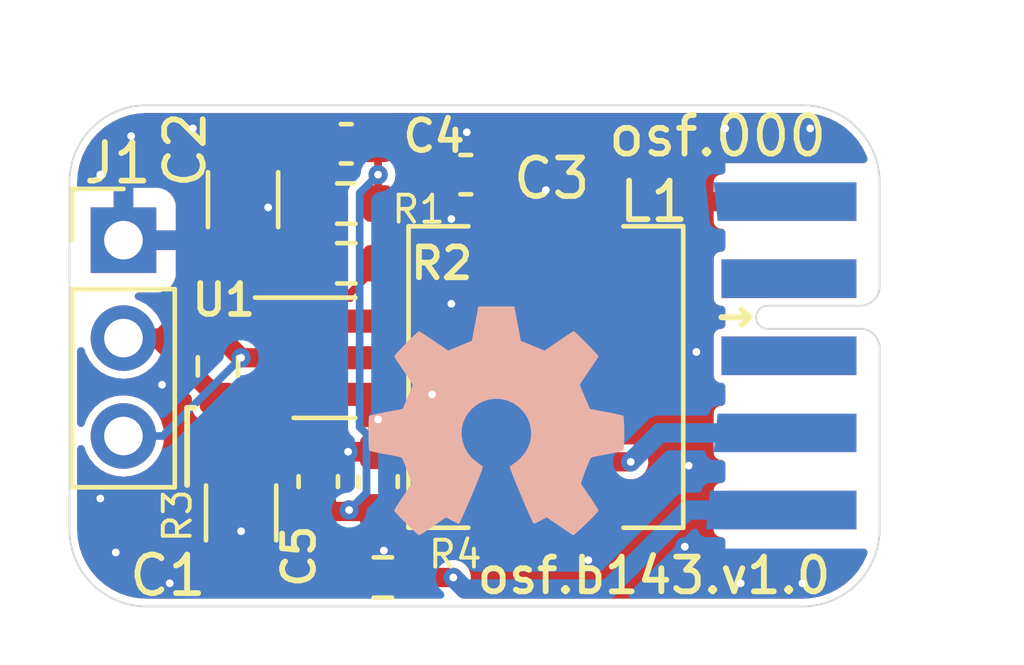
<source format=kicad_pcb>
(kicad_pcb (version 20221018) (generator pcbnew)
  (layers (0 "F.Cu" signal) (31 "B.Cu" signal) (34 "B.Paste" user) (35 "F.Paste" user) (36 "B.SilkS" user "B.Silkscreen") (37 "F.SilkS" user "F.Silkscreen") (38 "B.Mask" user) (39 "F.Mask" user) (44 "Edge.Cuts" user))
  (net 0 "")
  (net 1 "/step_down/in")
  (net 2 "GND")
  (net 3 "Net-(U1-BST)")
  (net 4 "/step_down/out")
  (net 5 "/step_down/EN")
  (net 13 "/step_down/SW")
  (net 14 "/step_down/FB")
  (net 15 "Net-(J2-5V)")
  (footprint "Capacitor_SMD:C_0603_1608Metric" (layer "F.Cu") (at 147.175 91 180)
    (fp_text reference "C4" (at -2.275 0.2) (layer "F.SilkS") (effects (font (size 0.8 0.8))))
    (fp_text value "d.n.p")
    (fp_line (start -0.14058 -0.51) (end 0.14058 -0.51) (stroke (width 0.12)) (layer "F.SilkS"))
    (fp_line (start -0.14058 0.51) (end 0.14058 0.51) (stroke (width 0.12)) (layer "F.SilkS"))
    (pad "1" smd roundrect (at -0.775 0 180) (size 0.9 0.95) (layers "F.Cu" "F.Paste" "F.Mask") (net 4 "/step_down/out"))
    (pad "2" smd roundrect (at 0.775 0 180) (size 0.9 0.95) (layers "F.Cu" "F.Paste" "F.Mask") (net 14 "/step_down/FB"))
  )
  (footprint "Capacitor_SMD:C_1206_3216Metric" (layer "F.Cu") (at 144.5 92.45 90)
    (fp_text reference "C2" (at 1.3 -1.5 90) (layer "F.SilkS"))
    (fp_text value "2.2uF")
    (fp_line (start -0.711252 -0.91) (end 0.711252 -0.91) (stroke (width 0.12)) (layer "F.SilkS"))
    (fp_line (start -0.711252 0.91) (end 0.711252 0.91) (stroke (width 0.12)) (layer "F.SilkS"))
    (pad "1" smd roundrect (at -1.475 0 90) (size 1.15 1.8) (layers "F.Cu" "F.Paste" "F.Mask") (roundrect_rratio 0.2173913043) (net 1 "/step_down/in"))
    (pad "2" smd roundrect (at 1.475 0 90) (size 1.15 1.8) (layers "F.Cu" "F.Paste" "F.Mask") (roundrect_rratio 0.2173913043) (net 2 "GND"))
  )
  (footprint "Resistor_SMD:R_0603_1608Metric" (layer "F.Cu") (at 148.125 102.25)
    (fp_text reference "R4" (at 1.875 -0.6) (layer "F.SilkS") (effects (font (size 0.7 0.7) (thickness 0.1))))
    (fp_text value "0R")
    (fp_line (start -0.237258 -0.5225) (end 0.237258 -0.5225) (stroke (width 0.12)) (layer "F.SilkS"))
    (fp_line (start -0.237258 0.5225) (end 0.237258 0.5225) (stroke (width 0.12)) (layer "F.SilkS"))
    (pad "1" smd roundrect (at -0.825 0) (size 0.8 0.95) (layers "F.Cu" "F.Paste" "F.Mask") (net 1 "/step_down/in"))
    (pad "2" smd roundrect (at 0.825 0) (size 0.8 0.95) (layers "F.Cu" "F.Paste" "F.Mask") (net 15 "Net-(J2-5V)"))
  )
  (footprint "Capacitor_SMD:C_0603_1608Metric" (layer "F.Cu") (at 148 99.7625 90)
    (fp_text reference "C6" (at 0.3125 1.55 90) (layer "F.SilkS"))
    (fp_text value "22uF")
    (fp_line (start -0.14058 -0.51) (end 0.14058 -0.51) (stroke (width 0.12)) (layer "F.SilkS"))
    (fp_line (start -0.14058 0.51) (end 0.14058 0.51) (stroke (width 0.12)) (layer "F.SilkS"))
    (pad "1" smd roundrect (at -0.775 0 90) (size 0.9 0.95) (layers "F.Cu" "F.Paste" "F.Mask") (net 4 "/step_down/out"))
    (pad "2" smd roundrect (at 0.775 0 90) (size 0.9 0.95) (layers "F.Cu" "F.Paste" "F.Mask") (net 2 "GND"))
  )
  (footprint "Resistor_SMD:R_0603_1608Metric" (layer "F.Cu") (at 147.175 94.1)
    (fp_text reference "R2" (at 2.475 0) (layer "F.SilkS") (effects (font (size 0.8 0.8))))
    (fp_text value "62k")
    (fp_line (start -0.237258 -0.5225) (end 0.237258 -0.5225) (stroke (width 0.12)) (layer "F.SilkS"))
    (fp_line (start -0.237258 0.5225) (end 0.237258 0.5225) (stroke (width 0.12)) (layer "F.SilkS"))
    (pad "1" smd roundrect (at -0.825 0) (size 0.8 0.95) (layers "F.Cu" "F.Paste" "F.Mask") (net 14 "/step_down/FB"))
    (pad "2" smd roundrect (at 0.825 0) (size 0.8 0.95) (layers "F.Cu" "F.Paste" "F.Mask") (net 2 "GND"))
  )
  (footprint "Resistor_SMD:R_0603_1608Metric" (layer "F.Cu") (at 143.85 96.775 -90)
    (fp_text reference "R3" (at 3.875 1.05 90) (layer "F.SilkS") (effects (font (size 0.7 0.7) (thickness 0.1))))
    (fp_text value "0R")
    (fp_line (start -0.237258 -0.5225) (end 0.237258 -0.5225) (stroke (width 0.12)) (layer "F.SilkS"))
    (fp_line (start -0.237258 0.5225) (end 0.237258 0.5225) (stroke (width 0.12)) (layer "F.SilkS"))
    (pad "1" smd roundrect (at -0.825 0 270) (size 0.8 0.95) (layers "F.Cu" "F.Paste" "F.Mask") (net 5 "/step_down/EN"))
    (pad "2" smd roundrect (at 0.825 0 270) (size 0.8 0.95) (layers "F.Cu" "F.Paste" "F.Mask") (net 1 "/step_down/in"))
  )
  (footprint "Connector_PinHeader_2.54mm:PinHeader_1x03_P2.54mm_Vertical" (layer "F.Cu") (at 141.4 93.5)
    (fp_text reference "J1" (at -0.15 -2) (layer "F.SilkS"))
    (fp_text value "Conn_01x03_Male")
    (fp_line (start -1.33 -1.33) (end 0 -1.33) (stroke (width 0.12)) (layer "F.SilkS"))
    (fp_line (start -1.33 0) (end -1.33 -1.33) (stroke (width 0.12)) (layer "F.SilkS"))
    (fp_line (start -1.33 1.27) (end -1.33 6.41) (stroke (width 0.12)) (layer "F.SilkS"))
    (fp_line (start -1.33 1.27) (end 1.33 1.27) (stroke (width 0.12)) (layer "F.SilkS"))
    (fp_line (start -1.33 6.41) (end 1.33 6.41) (stroke (width 0.12)) (layer "F.SilkS"))
    (fp_line (start 1.33 1.27) (end 1.33 6.41) (stroke (width 0.12)) (layer "F.SilkS"))
    (pad "1" thru_hole rect (at 0 0) (size 1.7 1.7) (drill 1) (layers "*.Cu" "*.Mask") (net 2 "GND"))
    (pad "2" thru_hole oval (at 0 2.54) (size 1.7 1.7) (drill 1) (layers "*.Cu" "*.Mask") (net 1 "/step_down/in"))
    (pad "3" thru_hole oval (at 0 5.08) (size 1.7 1.7) (drill 1) (layers "*.Cu" "*.Mask") (net 5 "/step_down/EN"))
  )
  (footprint "Resistor_SMD:R_0603_1608Metric" (layer "F.Cu") (at 147.175 92.55 180)
    (fp_text reference "R1" (at -1.875 -0.15) (layer "F.SilkS") (effects (font (size 0.7 0.7) (thickness 0.1))))
    (fp_text value "182k")
    (fp_line (start -0.237258 -0.5225) (end 0.237258 -0.5225) (stroke (width 0.12)) (layer "F.SilkS"))
    (fp_line (start -0.237258 0.5225) (end 0.237258 0.5225) (stroke (width 0.12)) (layer "F.SilkS"))
    (pad "1" smd roundrect (at -0.825 0 180) (size 0.8 0.95) (layers "F.Cu" "F.Paste" "F.Mask") (net 4 "/step_down/out"))
    (pad "2" smd roundrect (at 0.825 0 180) (size 0.8 0.95) (layers "F.Cu" "F.Paste" "F.Mask") (net 14 "/step_down/FB"))
  )
  (footprint "Capacitor_SMD:C_0603_1608Metric" (layer "F.Cu") (at 146.45 99.7625 90)
    (fp_text reference "C5" (at -1.9375 -0.5 90) (layer "F.SilkS") (effects (font (size 0.8 0.8))))
    (fp_text value "22uF")
    (fp_line (start -0.14058 -0.51) (end 0.14058 -0.51) (stroke (width 0.12)) (layer "F.SilkS"))
    (fp_line (start -0.14058 0.51) (end 0.14058 0.51) (stroke (width 0.12)) (layer "F.SilkS"))
    (pad "1" smd roundrect (at -0.775 0 90) (size 0.9 0.95) (layers "F.Cu" "F.Paste" "F.Mask") (net 4 "/step_down/out"))
    (pad "2" smd roundrect (at 0.775 0 90) (size 0.9 0.95) (layers "F.Cu" "F.Paste" "F.Mask") (net 2 "GND"))
  )
  (footprint "on_edge:on_edge_2x05_host" (layer "F.Cu") (at 161 96.5 -90)
    (fp_text reference "J2")
    (fp_text value "003_power")
    (fp_line (start -1 3.373) (end -1.2 3.573) (stroke (width 0.153)) (layer "F.SilkS"))
    (fp_line (start -1 4.1) (end -1 3.373) (stroke (width 0.153)) (layer "F.SilkS"))
    (fp_line (start -0.8 3.573) (end -1 3.373) (stroke (width 0.153)) (layer "F.SilkS"))
    (fp_line (start -4 0) (end -1.8 0) (stroke (width 0.05)) (layer "Edge.Cuts"))
    (fp_line (start -1.3 0.5) (end -1.3 2.9) (stroke (width 0.05)) (layer "Edge.Cuts"))
    (fp_line (start -0.7 2.9) (end -0.7 0.5) (stroke (width 0.05)) (layer "Edge.Cuts"))
    (fp_line (start -0.2 0) (end 4 0) (stroke (width 0.05)) (layer "Edge.Cuts"))
    (fp_arc (start -1.8 0) (mid -1.446447 0.146447) (end -1.3 0.5) (stroke (width 0.05)) (layer "Edge.Cuts"))
    (fp_arc (start -0.7 0.5) (mid -0.553553 0.146447) (end -0.2 0) (stroke (width 0.05)) (layer "Edge.Cuts"))
    (fp_arc (start -0.7 2.9) (mid -1 3.2) (end -1.3 2.9) (stroke (width 0.05)) (layer "Edge.Cuts"))
    (pad "1" smd rect (at -4 2.35 270) (size 1 3.5) (layers "F.Cu" "F.Mask") (net 2 "GND"))
    (pad "2" smd rect (at -2 2.35 270) (size 1 3.5) (layers "F.Cu" "F.Mask"))
    (pad "3" smd rect (at 0 2.35 270) (size 1 3.5) (layers "F.Cu" "F.Mask"))
    (pad "4" smd rect (at 2 2.35 270) (size 1 3.5) (layers "F.Cu" "F.Mask"))
    (pad "5" smd rect (at 4 2.35 270) (size 1 3.5) (layers "F.Cu" "F.Mask"))
    (pad "6" smd custom (at -4 2.4 90) (size 1 3.6) (layers "B.Cu" "B.Mask") (options (clearance outline) (anchor rect)) (primitives (gr_poly (pts (xy 0.5 -1.8) (xy -0.5 -1.8) (xy 0.5 -1.9)) (width 0) (fill yes))))
    (pad "7" smd rect (at -2 2.35 90) (size 1 3.5) (layers "B.Cu" "B.Mask"))
    (pad "8" smd rect (at 0 2.35 90) (size 1 3.5) (layers "B.Cu" "B.Mask"))
    (pad "9" smd custom (at 2 2.4 90) (size 1 3.6) (layers "B.Cu" "B.Mask") (net 4 "/step_down/out") (options (clearance outline) (anchor rect)) (primitives (gr_poly (pts (xy 0.5 -1.8) (xy -0.5 -1.8) (xy -0.5 -1.9)) (width 0) (fill yes))))
    (pad "10" smd custom (at 4 2.5 90) (size 1 3.8) (layers "B.Cu" "B.Mask") (net 15 "Net-(J2-5V)") (options (clearance outline) (anchor rect)) (primitives (gr_poly (pts (xy 0.5 -1.9) (xy -0.5 -1.9) (xy -0.5 -2)) (width 0) (fill yes))))
    (zone (net 0) (net_name "") (layers "F&B.Cu") (connect_pads (clearance 0)) (min_thickness 0.254)
      (keepout (tracks allowed) (vias not_allowed) (pads allowed) (copperpour not_allowed) (footprints not_allowed))
      (fill (thermal_gap 0.508) (thermal_bridge_width 0.508))
      (polygon (pts (xy 157 101.5) (xy 157 91.5) (xy 161 91.5) (xy 161 101.5)))
    )
  )
  (footprint "Capacitor_SMD:C_1206_3216Metric" (layer "F.Cu") (at 144.45 100.575 -90)
    (fp_text reference "C1" (at 1.625 1.9) (layer "F.SilkS"))
    (fp_text value "10uF")
    (fp_line (start -0.711252 -0.91) (end 0.711252 -0.91) (stroke (width 0.12)) (layer "F.SilkS"))
    (fp_line (start -0.711252 0.91) (end 0.711252 0.91) (stroke (width 0.12)) (layer "F.SilkS"))
    (pad "1" smd roundrect (at -1.475 0 270) (size 1.15 1.8) (layers "F.Cu" "F.Paste" "F.Mask") (roundrect_rratio 0.2173913043) (net 1 "/step_down/in"))
    (pad "2" smd roundrect (at 1.475 0 270) (size 1.15 1.8) (layers "F.Cu" "F.Paste" "F.Mask") (roundrect_rratio 0.2173913043) (net 2 "GND"))
  )
  (footprint "Inductor_SMD:L_Chilisin_BMRB00060612" (layer "F.Cu") (at 152.35 97.05 -90)
    (fp_text reference "L1" (at -4.55 -2.8) (layer "F.SilkS"))
    (fp_text value "6.8uH")
    (fp_line (start -3.91 -3.56) (end -3.91 -2.01) (stroke (width 0.12)) (layer "F.SilkS"))
    (fp_line (start -3.91 -3.56) (end 3.91 -3.56) (stroke (width 0.12)) (layer "F.SilkS"))
    (fp_line (start -3.91 3.56) (end -3.91 2.01) (stroke (width 0.12)) (layer "F.SilkS"))
    (fp_line (start -3.91 3.56) (end 3.91 3.56) (stroke (width 0.12)) (layer "F.SilkS"))
    (fp_line (start 3.91 -3.56) (end 3.91 -2.01) (stroke (width 0.12)) (layer "F.SilkS"))
    (fp_line (start 3.91 3.56) (end 3.91 2.01) (stroke (width 0.12)) (layer "F.SilkS"))
    (pad "1" smd rect (at -3.025 0 270) (size 2.35 3.5) (layers "F.Cu" "F.Paste" "F.Mask") (net 13 "/step_down/SW"))
    (pad "2" smd rect (at 3.025 0 270) (size 2.35 3.5) (layers "F.Cu" "F.Paste" "F.Mask") (net 4 "/step_down/out"))
  )
  (footprint "Capacitor_SMD:C_0603_1608Metric" (layer "F.Cu") (at 150.275 91.8 180)
    (fp_text reference "C3" (at -2.225 -0.1) (layer "F.SilkS"))
    (fp_text value "100nF")
    (fp_line (start -0.14058 -0.51) (end 0.14058 -0.51) (stroke (width 0.12)) (layer "F.SilkS"))
    (fp_line (start -0.14058 0.51) (end 0.14058 0.51) (stroke (width 0.12)) (layer "F.SilkS"))
    (pad "1" smd roundrect (at -0.775 0 180) (size 0.9 0.95) (layers "F.Cu" "F.Paste" "F.Mask") (net 13 "/step_down/SW"))
    (pad "2" smd roundrect (at 0.775 0 180) (size 0.9 0.95) (layers "F.Cu" "F.Paste" "F.Mask") (net 3 "Net-(U1-BST)"))
  )
  (footprint "Package_TO_SOT_SMD:TSOT-23-6" (layer "F.Cu") (at 146.6125 96.55)
    (fp_text reference "U1" (at -2.6125 -1.5) (layer "F.SilkS") (effects (font (size 0.8 0.8))))
    (fp_text value "AP63200WU")
    (fp_line (start 0 -1.56) (end -1.8 -1.56) (stroke (width 0.12)) (layer "F.SilkS"))
    (fp_line (start 0 -1.56) (end 0.8 -1.56) (stroke (width 0.12)) (layer "F.SilkS"))
    (fp_line (start 0 1.56) (end -0.8 1.56) (stroke (width 0.12)) (layer "F.SilkS"))
    (fp_line (start 0 1.56) (end 0.8 1.56) (stroke (width 0.12)) (layer "F.SilkS"))
    (pad "1" smd roundrect (at -1.1375 -0.95) (size 1.325 0.6) (layers "F.Cu" "F.Paste" "F.Mask") (net 14 "/step_down/FB"))
    (pad "2" smd roundrect (at -1.1375 0) (size 1.325 0.6) (layers "F.Cu" "F.Paste" "F.Mask") (net 5 "/step_down/EN"))
    (pad "3" smd roundrect (at -1.1375 0.95) (size 1.325 0.6) (layers "F.Cu" "F.Paste" "F.Mask") (net 1 "/step_down/in"))
    (pad "4" smd roundrect (at 1.1375 0.95) (size 1.325 0.6) (layers "F.Cu" "F.Paste" "F.Mask") (net 2 "GND"))
    (pad "5" smd roundrect (at 1.1375 0) (size 1.325 0.6) (layers "F.Cu" "F.Paste" "F.Mask") (net 13 "/step_down/SW"))
    (pad "6" smd roundrect (at 1.1375 -0.95) (size 1.325 0.6) (layers "F.Cu" "F.Paste" "F.Mask") (net 3 "Net-(U1-BST)"))
  )
  (footprint "Symbol:OSHW-Symbol_6.7x6mm_SilkScreen" (layer "B.Cu") (at 151.075 98.2 180)
    (fp_text reference "LOGO1" hide)
    (fp_text value "Logo_Open_Hardware_Small" hide)
    (fp_poly (pts (xy 0.555814 2.531069) (xy 0.639635 2.086445) (xy 0.94892 1.958947) (xy 1.258206 1.831449) (xy 1.629246 2.083754) (xy 1.733157 2.154004) (xy 1.827087 2.216728) (xy 1.906652 2.269062) (xy 1.96747 2.308143) (xy 2.005157 2.331107) (xy 2.015421 2.336058) (xy 2.03391 2.323324) (xy 2.07342 2.288118) (xy 2.129522 2.234938) (xy 2.197787 2.168282) (xy 2.273786 2.092646) (xy 2.353092 2.012528) (xy 2.431275 1.932426) (xy 2.503907 1.856836) (xy 2.566559 1.790255) (xy 2.614803 1.737182) (xy 2.64421 1.702113) (xy 2.651241 1.690377) (xy 2.641123 1.66874) (xy 2.612759 1.621338) (xy 2.569129 1.552807) (xy 2.513218 1.467785) (xy 2.448006 1.370907) (xy 2.410219 1.31565) (xy 2.341343 1.214752) (xy 2.28014 1.123701) (xy 2.229578 1.04703) (xy 2.192628 0.989272) (xy 2.172258 0.954957) (xy 2.169197 0.947746) (xy 2.176136 0.927252) (xy 2.195051 0.879487) (xy 2.223087 0.811168) (xy 2.257391 0.729011) (xy 2.295109 0.63973) (xy 2.333387 0.550042) (xy 2.36937 0.466662) (xy 2.400206 0.396306) (xy 2.423039 0.34569) (xy 2.435017 0.321529) (xy 2.435724 0.320578) (xy 2.454531 0.315964) (xy 2.504618 0.305672) (xy 2.580793 0.290713) (xy 2.677865 0.272099) (xy 2.790643 0.250841) (xy 2.856442 0.238582) (xy 2.97695 0.215638) (xy 3.085797 0.193805) (xy 3.177476 0.174278) (xy 3.246481 0.158252) (xy 3.287304 0.146921) (xy 3.295511 0.143326) (xy 3.303548 0.118994) (xy 3.310033 0.064041) (xy 3.31497 -0.015108) (xy 3.318364 -0.112026) (xy 3.320218 -0.220287) (xy 3.320538 -0.333465) (xy 3.319327 -0.445135) (xy 3.31659 -0.548868) (xy 3.312331 -0.638241) (xy 3.306555 -0.706826) (xy 3.299267 -0.748197) (xy 3.294895 -0.75681) (xy 3.268764 -0.767133) (xy 3.213393 -0.781892) (xy 3.136107 -0.799352) (xy 3.04423 -0.81778) (xy 3.012158 -0.823741) (xy 2.857524 -0.852066) (xy 2.735375 -0.874876) (xy 2.641673 -0.89308) (xy 2.572384 -0.907583) (xy 2.523471 -0.919292) (xy 2.490897 -0.929115) (xy 2.470628 -0.937956) (xy 2.458626 -0.946724) (xy 2.456947 -0.948457) (xy 2.440184 -0.976371) (xy 2.414614 -1.030695) (xy 2.382788 -1.104777) (xy 2.34726 -1.191965) (xy 2.310583 -1.285608) (xy 2.275311 -1.379052) (xy 2.243996 -1.465647) (xy 2.219193 -1.53874) (xy 2.203454 -1.591678) (xy 2.199332 -1.617811) (xy 2.199676 -1.618726) (xy 2.213641 -1.640086) (xy 2.245322 -1.687084) (xy 2.291391 -1.754827) (xy 2.348518 -1.838423) (xy 2.413373 -1.932982) (xy 2.431843 -1.959854) (xy 2.497699 -2.057275) (xy 2.55565 -2.146163) (xy 2.602538 -2.221412) (xy 2.635207 -2.27792) (xy 2.6505 -2.310581) (xy 2.651241 -2.314593) (xy 2.638392 -2.335684) (xy 2.602888 -2.377464) (xy 2.549293 -2.435445) (xy 2.482171 -2.505135) (xy 2.406087 -2.582045) (xy 2.325604 -2.661683) (xy 2.245287 -2.739561) (xy 2.169699 -2.811186) (xy 2.103405 -2.87207) (xy 2.050969 -2.917721) (xy 2.016955 -2.94365) (xy 2.007545 -2.947883) (xy 1.985643 -2.937912) (xy 1.9408 -2.91102) (xy 1.880321 -2.871736) (xy 1.833789 -2.840117) (xy 1.749475 -2.782098) (xy 1.649626 -2.713784) (xy 1.549473 -2.645579) (xy 1.495627 -2.609075) (xy 1.313371 -2.4858) (xy 1.160381 -2.56852) (xy 1.090682 -2.604759) (xy 1.031414 -2.632926) (xy 0.991311 -2.648991) (xy 0.981103 -2.651226) (xy 0.968829 -2.634722) (xy 0.944613 -2.588082) (xy 0.910263 -2.515609) (xy 0.867588 -2.421606) (xy 0.818394 -2.310374) (xy 0.76449 -2.186215) (xy 0.707684 -2.053432) (xy 0.649782 -1.916327) (xy 0.592593 -1.779202) (xy 0.537924 -1.646358) (xy 0.487584 -1.522098) (xy 0.44338 -1.410725) (xy 0.407119 -1.316539) (xy 0.380609 -1.243844) (xy 0.365658 -1.196941) (xy 0.363254 -1.180833) (xy 0.382311 -1.160286) (xy 0.424036 -1.126933) (xy 0.479706 -1.087702) (xy 0.484378 -1.084599) (xy 0.628264 -0.969423) (xy 0.744283 -0.835053) (xy 0.83143 -0.685784) (xy 0.888699 -0.525913) (xy 0.915086 -0.359737) (xy 0.909585 -0.191552) (xy 0.87119 -0.025655) (xy 0.798895 0.133658) (xy 0.777626 0.168513) (xy 0.666996 0.309263) (xy 0.536302 0.422286) (xy 0.390064 0.506997) (xy 0.232808 0.562806) (xy 0.069057 0.589126) (xy -0.096667 0.58537) (xy -0.259838 0.55095) (xy -0.415935 0.485277) (xy -0.560433 0.387765) (xy -0.605131 0.348187) (xy -0.718888 0.224297) (xy -0.801782 0.093876) (xy -0.858644 -0.052315) (xy -0.890313 -0.197088) (xy -0.898131 -0.35986) (xy -0.872062 -0.52344) (xy -0.814755 -0.682298) (xy -0.728856 -0.830906) (xy -0.617014 -0.963735) (xy -0.481877 -1.075256) (xy -0.464117 -1.087011) (xy -0.40785 -1.125508) (xy -0.365077 -1.158863) (xy -0.344628 -1.18016) (xy -0.344331 -1.180833) (xy -0.348721 -1.203871) (xy -0.366124 -1.256157) (xy -0.394732 -1.33339) (xy -0.432735 -1.431268) (xy -0.478326 -1.545491) (xy -0.529697 -1.671758) (xy -0.585038 -1.805767) (xy -0.642542 -1.943218) (xy -0.700399 -2.079808) (xy -0.756802 -2.211237) (xy -0.809942 -2.333205) (xy -0.85801 -2.441409) (xy -0.899199 -2.531549) (xy -0.931699 -2.599323) (xy -0.953703 -2.64043) (xy -0.962564 -2.651226) (xy -0.98964 -2.642819) (xy -1.040303 -2.620272) (xy -1.105817 -2.587613) (xy -1.141841 -2.56852) (xy -1.294832 -2.4858) (xy -1.477088 -2.609075) (xy -1.570125 -2.672228) (xy -1.671985 -2.741727) (xy -1.767438 -2.807165) (xy -1.81525 -2.840117) (xy -1.882495 -2.885273) (xy -1.939436 -2.921057) (xy -1.978646 -2.942938) (xy -1.991381 -2.947563) (xy -2.009917 -2.935085) (xy -2.050941 -2.900252) (xy -2.110475 -2.846678) (xy -2.184542 -2.777983) (xy -2.269165 -2.697781) (xy -2.322685 -2.646286) (xy -2.416319 -2.554286) (xy -2.497241 -2.471999) (xy -2.562177 -2.402945) (xy -2.607858 -2.350644) (xy -2.631011 -2.318616) (xy -2.633232 -2.312116) (xy -2.622924 -2.287394) (xy -2.594439 -2.237405) (xy -2.550937 -2.167212) (xy -2.495577 -2.081875) (xy -2.43152 -1.986456) (xy -2.413303 -1.959854) (xy -2.346927 -1.863167) (xy -2.287378 -1.776117) (xy -2.237984 -1.703595) (xy -2.202075 -1.650493) (xy -2.182981 -1.621703) (xy -2.181136 -1.618726) (xy -2.183895 -1.595782) (xy -2.198538 -1.545336) (xy -2.222513 -1.474041) (xy -2.253266 -1.388547) (xy -2.288244 -1.295507) (xy -2.324893 -1.201574) (xy -2.360661 -1.113399) (xy -2.392994 -1.037634) (xy -2.419338 -0.980931) (xy -2.437142 -0.949943) (xy -2.438407 -0.948457) (xy -2.449294 -0.939601) (xy -2.467682 -0.930843) (xy -2.497606 -0.921277) (xy -2.543103 -0.909996) (xy -2.608209 -0.896093) (xy -2.696961 -0.878663) (xy -2.813393 -0.856798) (xy -2.961542 -0.829591) (xy -2.993618 -0.823741) (xy -3.088686 -0.805374) (xy -3.171565 -0.787405) (xy -3.23493 -0.771569) (xy -3.271458 -0.7596) (xy -3.276356 -0.75681) (xy -3.284427 -0.732072) (xy -3.290987 -0.67679) (xy -3.296033 -0.597389) (xy -3.299559 -0.500296) (xy -3.301561 -0.391938) (xy -3.302036 -0.27874) (xy -3.300977 -0.167128) (xy -3.298382 -0.063529) (xy -3.294246 0.025632) (xy -3.288563 0.093928) (xy -3.281331 0.134934) (xy -3.276971 0.143326) (xy -3.252698 0.151792) (xy -3.197426 0.165565) (xy -3.116662 0.18345) (xy -3.015912 0.204252) (xy -2.900683 0.226777) (xy -2.837902 0.238582) (xy -2.718787 0.260849) (xy -2.612565 0.281021) (xy -2.524427 0.298085) (xy -2.459566 0.311031) (xy -2.423174 0.318845) (xy -2.417184 0.320578) (xy -2.407061 0.34011) (xy -2.385662 0.387157) (xy -2.355839 0.454997) (xy -2.320445 0.536909) (xy -2.282332 0.626172) (xy -2.244353 0.716065) (xy -2.20936 0.799865) (xy -2.180206 0.870853) (xy -2.159743 0.922306) (xy -2.150823 0.947503) (xy -2.150657 0.948604) (xy -2.160769 0.968481) (xy -2.189117 1.014223) (xy -2.232723 1.081283) (xy -2.288606 1.165116) (xy -2.353787 1.261174) (xy -2.391679 1.31635) (xy -2.460725 1.417519) (xy -2.52205 1.50937) (xy -2.572663 1.587256) (xy -2.609571 1.646531) (xy -2.629782 1.682549) (xy -2.632701 1.690623) (xy -2.620153 1.709416) (xy -2.585463 1.749543) (xy -2.533063 1.806507) (xy -2.467384 1.875815) (xy -2.392856 1.952969) (xy -2.313913 2.033475) (xy -2.234983 2.112837) (xy -2.1605 2.18656) (xy -2.094894 2.250148) (xy -2.042596 2.299106) (xy -2.008039 2.328939) (xy -1.996478 2.336058) (xy -1.977654 2.326047) (xy -1.932631 2.297922) (xy -1.865787 2.254546) (xy -1.781499 2.198782) (xy -1.684144 2.133494) (xy -1.610707 2.083754) (xy -1.239667 1.831449) (xy -0.621095 2.086445) (xy -0.537275 2.531069) (xy -0.453454 2.975693) (xy 0.471994 2.975693) (xy 0.555814 2.531069)) (stroke (width 0.01)) (fill solid) (layer "B.SilkS"))
  )
  (gr_line (start 143.05 99.85) (end 143.05 97.85) (stroke (width 0.15)) (layer "F.SilkS"))
  (gr_line (start 143.05 97.85) (end 143.25 97.85) (stroke (width 0.15)) (layer "F.SilkS"))
  (gr_line (start 140 101) (end 140 92) (stroke (width 0.05)) (layer "Edge.Cuts"))
  (gr_line (start 161 92.5) (end 161 92) (stroke (width 0.05)) (layer "Edge.Cuts"))
  (gr_line (start 142 90) (end 159 90) (stroke (width 0.05)) (layer "Edge.Cuts"))
  (gr_arc (start 161 101) (mid 160.414214 102.414214) (end 159 103) (stroke (width 0.05)) (layer "Edge.Cuts"))
  (gr_line (start 159 103) (end 142 103) (stroke (width 0.05)) (layer "Edge.Cuts"))
  (gr_arc (start 159 90) (mid 160.414214 90.585786) (end 161 92) (stroke (width 0.05)) (layer "Edge.Cuts"))
  (gr_arc (start 142 103) (mid 140.585786 102.414214) (end 140 101) (stroke (width 0.05)) (layer "Edge.Cuts"))
  (gr_arc (start 140 92) (mid 140.585786 90.585786) (end 142 90) (stroke (width 0.05)) (layer "Edge.Cuts"))
  (gr_line (start 161 101) (end 161 100.5) (stroke (width 0.05)) (layer "Edge.Cuts"))
  (gr_text "osf.b143.v1.0" (at 155.15 102.2) (layer "F.SilkS") (effects (font (size 0.9 0.9))))
  (gr_text "osf.000" (at 156.8 90.8) (layer "F.SilkS") (effects (font (size 1 1))))
  (segment (start 144.45 99.1) (end 144.45 99.870092) (width 0.5) (layer "F.Cu") (net 1))
  (segment (start 143.85 97.6) (end 145.375 97.6) (width 0.5) (layer "F.Cu") (net 1))
  (segment (start 144.45 99.870092) (end 146.829908 102.25) (width 0.5) (layer "F.Cu") (net 1))
  (segment (start 142.29 96.04) (end 143.85 97.6) (width 0.5) (layer "F.Cu") (net 1))
  (segment (start 146.829908 102.25) (end 147.3 102.25) (width 0.5) (layer "F.Cu") (net 1))
  (segment (start 145.375 97.6) (end 145.475 97.5) (width 0.5) (layer "F.Cu") (net 1))
  (segment (start 142.385 96.04) (end 142.29 96.04) (width 0.5) (layer "F.Cu") (net 1))
  (segment (start 141.4 96.04) (end 142.29 96.04) (width 0.5) (layer "F.Cu") (net 1))
  (segment (start 144.5 93.925) (end 142.385 96.04) (width 0.5) (layer "F.Cu") (net 1))
  (segment (start 144.45 98.2) (end 143.85 97.6) (width 0.5) (layer "F.Cu") (net 1))
  (segment (start 144.45 99.1) (end 144.45 98.2) (width 0.5) (layer "F.Cu") (net 1))
  (segment (start 148 97.75) (end 147.75 97.5) (width 0.5) (layer "F.Cu") (net 2))
  (segment (start 144.45 102.05) (end 144.45 101.05) (width 0.5) (layer "F.Cu") (net 2))
  (segment (start 158.65 92.5) (end 155.3 92.5) (width 0.5) (layer "F.Cu") (net 2))
  (segment (start 146.8605 97.272999) (end 147.087501 97.5) (width 0.2) (layer "F.Cu") (net 2))
  (segment (start 147.2235 98.9875) (end 146.45 98.9875) (width 0.5) (layer "F.Cu") (net 2))
  (segment (start 147.087501 97.5) (end 147.75 97.5) (width 0.2) (layer "F.Cu") (net 2))
  (segment (start 148 98.9875) (end 148 98.15) (width 0.5) (layer "F.Cu") (net 2))
  (segment (start 147.077 95.073) (end 148 94.15) (width 0.2) (layer "F.Cu") (net 2))
  (segment (start 155.3 92.5) (end 155 92.2) (width 0.5) (layer "F.Cu") (net 2))
  (segment (start 146.8605 95.2895) (end 146.8605 97.272999) (width 0.2) (layer "F.Cu") (net 2))
  (segment (start 147.2235 98.9875) (end 148 98.9875) (width 0.5) (layer "F.Cu") (net 2))
  (segment (start 148 94.15) (end 148 94.1) (width 0.2) (layer "F.Cu") (net 2))
  (segment (start 147.077 95.073) (end 146.8605 95.2895) (width 0.2) (layer "F.Cu") (net 2))
  (segment (start 148 98.9875) (end 146.45 98.9875) (width 0.5) (layer "F.Cu") (net 2))
  (segment (start 148 98.15) (end 148 97.75) (width 0.5) (layer "F.Cu") (net 2))
  (segment (start 155 92.2) (end 152.35 92.2) (width 0.5) (layer "F.Cu") (net 2))
  (via (at 144.45 101.05) (size 0.5) (drill 0.2) (layers "F.Cu" "B.Cu") (net 2))
  (via (at 159.2 90.6) (size 0.5) (drill 0.2) (layers "F.Cu" "B.Cu") (net 2))
  (via (at 156.05 99.35) (size 0.5) (drill 0.2) (layers "F.Cu" "B.Cu") (net 2))
  (via (at 142.4 97.25) (size 0.5) (drill 0.2) (layers "F.Cu" "B.Cu") (net 2))
  (via (at 145.15 92.65) (size 0.5) (drill 0.2) (layers "F.Cu" "B.Cu") (net 2))
  (via (at 141.6 90.8) (size 0.5) (drill 0.2) (layers "F.Cu" "B.Cu") (net 2))
  (via (at 143.2 90.6) (size 0.5) (drill 0.2) (layers "F.Cu" "B.Cu") (net 2))
  (via (at 148 98.15) (size 0.5) (drill 0.2) (layers "F.Cu" "B.Cu") (net 2))
  (via (at 149.9 92.95) (size 0.5) (drill 0.2) (layers "F.Cu" "B.Cu") (net 2))
  (via (at 149.9 95.15) (size 0.5) (drill 0.2) (layers "F.Cu" "B.Cu") (net 2))
  (via (at 140.8 91.8) (size 0.5) (drill 0.2) (layers "F.Cu" "B.Cu") (net 2))
  (via (at 159 102.4) (size 0.5) (drill 0.2) (layers "F.Cu" "B.Cu") (net 2))
  (via (at 148.15 101.55) (size 0.5) (drill 0.2) (layers "F.Cu" "B.Cu") (net 2))
  (via (at 157 90.6) (size 0.5) (drill 0.2) (layers "F.Cu" "B.Cu") (net 2))
  (via (at 147.2235 98.9875) (size 0.5) (drill 0.2) (layers "F.Cu" "B.Cu") (net 2))
  (via (at 152.35 92.2) (size 0.5) (drill 0.2) (layers "F.Cu" "B.Cu") (net 2))
  (via (at 157.4 102.4) (size 0.5) (drill 0.2) (layers "F.Cu" "B.Cu") (net 2))
  (via (at 149.4 97.5) (size 0.5) (drill 0.2) (layers "F.Cu" "B.Cu") (net 2))
  (via (at 153.45 101.8) (size 0.5) (drill 0.2) (layers "F.Cu" "B.Cu") (net 2))
  (via (at 156.25 96.4) (size 0.5) (drill 0.2) (layers "F.Cu" "B.Cu") (net 2))
  (via (at 155.95 101.45) (size 0.5) (drill 0.2) (layers "F.Cu" "B.Cu") (net 2))
  (via (at 150.3 90.7) (size 0.5) (drill 0.2) (layers "F.Cu" "B.Cu") (net 2))
  (via (at 142.6 102.4) (size 0.5) (drill 0.2) (layers "F.Cu" "B.Cu") (net 2))
  (via (at 140.8 100.2) (size 0.5) (drill 0.2) (layers "F.Cu" "B.Cu") (net 2))
  (via (at 141.2 101.6) (size 0.5) (drill 0.2) (layers "F.Cu" "B.Cu") (net 2))
  (segment (start 145.161 101.05) (end 147.2235 98.9875) (width 0.5) (layer "B.Cu") (net 2))
  (segment (start 144.45 101.05) (end 145.161 101.05) (width 0.5) (layer "B.Cu") (net 2))
  (segment (start 149 95.3) (end 149 92.3) (width 0.5) (layer "F.Cu") (net 3))
  (segment (start 148.7 95.6) (end 149 95.3) (width 0.5) (layer "F.Cu") (net 3))
  (segment (start 147.75 95.6) (end 148.7 95.6) (width 0.5) (layer "F.Cu") (net 3))
  (segment (start 149 92.3) (end 149.5 91.8) (width 0.5) (layer "F.Cu") (net 3))
  (segment (start 147.2125 100.5375) (end 147.25 100.5) (width 0.5) (layer "F.Cu") (net 4))
  (segment (start 154.55 99.25) (end 153.175 99.25) (width 0.5) (layer "F.Cu") (net 4))
  (segment (start 148 91.8) (end 148 91.05) (width 0.2) (layer "F.Cu") (net 4))
  (segment (start 147.25 100.5) (end 147.2875 100.5375) (width 0.5) (layer "F.Cu") (net 4))
  (segment (start 151.8875 100.5375) (end 152.35 100.075) (width 0.5) (layer "F.Cu") (net 4))
  (segment (start 148 92.55) (end 148 91.8) (width 0.2) (layer "F.Cu") (net 4))
  (segment (start 148 91.05) (end 147.95 91) (width 0.2) (layer "F.Cu") (net 4))
  (segment (start 153.175 99.25) (end 152.35 100.075) (width 0.5) (layer "F.Cu") (net 4))
  (segment (start 147.2875 100.5375) (end 151.8875 100.5375) (width 0.5) (layer "F.Cu") (net 4))
  (segment (start 146.45 100.5375) (end 147.2125 100.5375) (width 0.5) (layer "F.Cu") (net 4))
  (via (at 154.55 99.25) (size 0.5) (drill 0.2) (layers "F.Cu" "B.Cu") (net 4))
  (via (at 148 91.8) (size 0.5) (drill 0.2) (layers "F.Cu" "B.Cu") (net 4))
  (via (at 147.25 100.5) (size 0.5) (drill 0.2) (layers "F.Cu" "B.Cu") (net 4))
  (segment (start 147.7 100.05) (end 147.25 100.5) (width 0.2) (layer "B.Cu") (net 4))
  (segment (start 147.523 98.34758) (end 147.7 98.52458) (width 0.2) (layer "B.Cu") (net 4))
  (segment (start 155.3 98.5) (end 154.55 99.25) (width 0.5) (layer "B.Cu") (net 4))
  (segment (start 147.7 98.52458) (end 147.7 100.05) (width 0.2) (layer "B.Cu") (net 4))
  (segment (start 147.523 92.277) (end 148 91.8) (width 0.2) (layer "B.Cu") (net 4))
  (segment (start 147.523 92.277) (end 147.523 98.34758) (width 0.2) (layer "B.Cu") (net 4))
  (segment (start 158.6 98.5) (end 155.3 98.5) (width 0.5) (layer "B.Cu") (net 4))
  (segment (start 145.475 96.55) (end 144.45 96.55) (width 0.5) (layer "F.Cu") (net 5))
  (segment (start 144.45 96.55) (end 143.85 95.95) (width 0.5) (layer "F.Cu") (net 5))
  (via (at 144.45 96.55) (size 0.5) (drill 0.2) (layers "F.Cu" "B.Cu") (net 5))
  (segment (start 142.42 98.58) (end 144.45 96.55) (width 0.2) (layer "B.Cu") (net 5))
  (segment (start 141.4 98.58) (end 142.42 98.58) (width 0.2) (layer "B.Cu") (net 5))
  (segment (start 147.75 96.55) (end 149.825 96.55) (width 0.5) (layer "F.Cu") (net 13))
  (segment (start 149.825 96.55) (end 152.35 94.025) (width 0.5) (layer "F.Cu") (net 13))
  (segment (start 151.05 91.8) (end 151.05 92.725) (width 0.5) (layer "F.Cu") (net 13))
  (segment (start 151.05 92.725) (end 152.35 94.025) (width 0.5) (layer "F.Cu") (net 13))
  (segment (start 145.95 95.6) (end 145.475 95.6) (width 0.2) (layer "F.Cu") (net 14))
  (segment (start 146.35 94.1) (end 146.35 95.2) (width 0.2) (layer "F.Cu") (net 14))
  (segment (start 146.4 91) (end 146.4 94.05) (width 0.2) (layer "F.Cu") (net 14))
  (segment (start 146.35 95.2) (end 145.95 95.6) (width 0.2) (layer "F.Cu") (net 14))
  (segment (start 146.4 94.05) (end 146.35 94.1) (width 0.2) (layer "F.Cu") (net 14))
  (segment (start 149.95 102.25) (end 148.95 102.25) (width 0.5) (layer "F.Cu") (net 15))
  (via (at 149.95 102.25) (size 0.5) (drill 0.2) (layers "F.Cu" "B.Cu") (net 15))
  (segment (start 153.25 102.55) (end 150.25 102.55) (width 0.5) (layer "B.Cu") (net 15))
  (segment (start 156.013288 100.5) (end 153.963288 102.55) (width 0.5) (layer "B.Cu") (net 15))
  (segment (start 150.25 102.55) (end 149.95 102.25) (width 0.5) (layer "B.Cu") (net 15))
  (segment (start 153.963288 102.55) (end 153.25 102.55) (width 0.5) (layer "B.Cu") (net 15))
  (segment (start 158.5 100.5) (end 156.013288 100.5) (width 0.5) (layer "B.Cu") (net 15))
  (zone (net 2) (net_name "GND") (layers "F&B.Cu") (connect_pads (clearance 0.2)) (min_thickness 0.2) (fill yes (thermal_gap 0.508) (thermal_bridge_width 0.508))
    (polygon (pts (xy 164.1 103.6) (xy 138.2 104.1) (xy 138.2 89) (xy 164.1 88.4)))
  )
)
</source>
